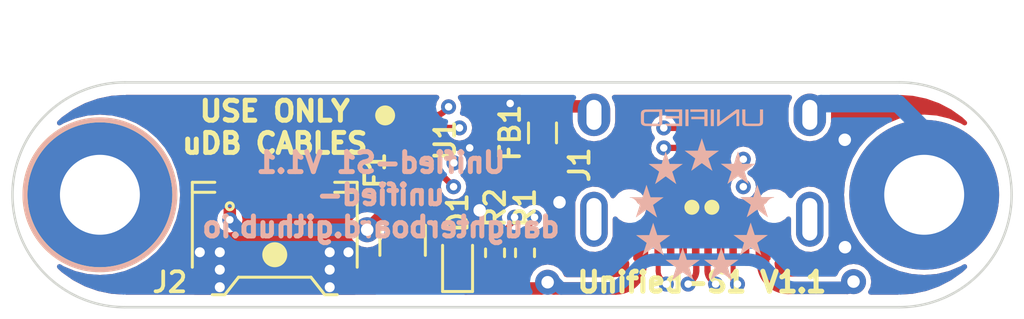
<source format=kicad_pcb>
(kicad_pcb (version 20211014) (generator pcbnew)
  (layers (0 "F.Cu" signal) (1 "In1.Cu" signal) (2 "In2.Cu" signal) (31 "B.Cu" signal) (34 "B.Paste" user) (35 "F.Paste" user) (36 "B.SilkS" user "B.Silkscreen") (37 "F.SilkS" user "F.Silkscreen") (38 "B.Mask" user) (39 "F.Mask" user) (44 "Edge.Cuts" user))
  (net 0 "")
  (net 1 "GND")
  (net 2 "VBUS")
  (net 5 "D+")
  (net 6 "D-")
  (net 7 "Net-(J1-PadA5)")
  (net 8 "Net-(J1-PadB5)")
  (net 9 "5V")
  (net 10 "GNDPWR")
  (footprint "Inductor_SMD:L_0805_2012Metric" (layer "F.Cu") (at 132.71875 92.5225 -90)
    (fp_text reference "FB1" (at 0 1.3 90) (layer "F.SilkS") (effects (font (size 0.8 0.8))))
    (fp_text value "GZ2012D601TF")
    (pad "1" smd roundrect (at -1.0625 0 270) (size 0.875 1.2) (layers "F.Cu" "F.Paste" "F.Mask") (net 10 "GNDPWR"))
    (pad "2" smd roundrect (at 1.0625 0 270) (size 0.875 1.2) (layers "F.Cu" "F.Paste" "F.Mask") (net 1 "GND"))
  )
  (footprint "Resistor_SMD:R_0402_1005Metric" (layer "F.Cu") (at 130.81875 97.3225 -90)
    (fp_text reference "R2" (at -1.8 0 90) (layer "F.SilkS") (effects (font (size 0.8 0.8))))
    (fp_text value "5.1k")
    (pad "1" smd roundrect (at -0.51 0 270) (size 0.54 0.64) (layers "F.Cu" "F.Paste" "F.Mask") (net 8 "Net-(J1-PadB5)"))
    (pad "2" smd roundrect (at 0.51 0 270) (size 0.54 0.64) (layers "F.Cu" "F.Paste" "F.Mask") (net 1 "GND"))
  )
  (footprint "MountingHole:MountingHole_3.2mm_M3_DIN965_Pad_TopBottom" (layer "F.Cu") (at 148 95)
    (fp_text reference "H1" hide)
    (fp_text value "MountingHole" hide)
    (pad "1" connect circle (at 0 0) (size 6 6) (layers "F.Cu" "F.Mask") (net 10 "GNDPWR"))
    (pad "1" connect circle (at 0 0) (size 6 6) (layers "B.Cu" "B.Mask") (net 10 "GNDPWR"))
    (pad "1" thru_hole circle (at 0 0) (size 3.6 3.6) (drill 3.2) (layers *.Cu *.Mask) (net 10 "GNDPWR"))
  )
  (footprint "Fuse:Fuse_1206_3216Metric" (layer "F.Cu") (at 127.11875 96.8225 90)
    (fp_text reference "F1" (at 2.8 -1.1 90) (layer "F.SilkS") (effects (font (size 0.8 0.8))))
    (fp_text value "SMD0805-050-16V")
    (pad "1" smd roundrect (at -1.4 0 90) (size 1.25 1.75) (layers "F.Cu" "F.Paste" "F.Mask") (roundrect_rratio 0.2) (net 2 "VBUS"))
    (pad "2" smd roundrect (at 1.4 0 90) (size 1.25 1.75) (layers "F.Cu" "F.Paste" "F.Mask") (roundrect_rratio 0.2) (net 9 "5V"))
  )
  (footprint "acheron_Components:USON-10_2.5x1.0mm_P0.5mm" (layer "F.Cu") (at 127.41875 92.8225)
    (fp_text reference "U1" (at 1.4 0 270) (layer "F.SilkS") (effects (font (size 0.8 0.8))))
    (fp_text value "TPD4E05U06DQAR")
    (pad "1" smd roundrect locked (at -0.385 -1 270) (size 0.25 0.55) (layers "F.Cu" "F.Paste" "F.Mask") (roundrect_rratio 0.5) (net 6 "D-"))
    (pad "2" smd rect locked (at -0.385 -0.5 270) (size 0.25 0.55) (layers "F.Cu" "F.Paste" "F.Mask") (net 6 "D-"))
    (pad "3" smd rect locked (at -0.385 0 270) (size 0.3 0.55) (layers "F.Cu" "F.Paste" "F.Mask") (net 1 "GND"))
    (pad "4" smd rect locked (at -0.385 0.5 270) (size 0.25 0.55) (layers "F.Cu" "F.Paste" "F.Mask") (net 5 "D+"))
    (pad "5" smd rect locked (at -0.385 1 270) (size 0.25 0.55) (layers "F.Cu" "F.Paste" "F.Mask") (net 5 "D+"))
    (pad "6" smd rect locked (at 0.385 1 270) (size 0.25 0.55) (layers "F.Cu" "F.Paste" "F.Mask") (net 5 "D+"))
    (pad "7" smd rect locked (at 0.385 0.5 270) (size 0.25 0.55) (layers "F.Cu" "F.Paste" "F.Mask") (net 5 "D+"))
    (pad "8" smd rect locked (at 0.385 0 270) (size 0.3 0.55) (layers "F.Cu" "F.Paste" "F.Mask") (net 1 "GND"))
    (pad "9" smd rect locked (at 0.385 -0.5 270) (size 0.25 0.55) (layers "F.Cu" "F.Paste" "F.Mask") (net 6 "D-"))
    (pad "10" smd rect locked (at 0.385 -1 270) (size 0.25 0.55) (layers "F.Cu" "F.Paste" "F.Mask") (net 6 "D-"))
  )
  (footprint "locallib:PicoEZMate-Reinforced-Lite" (layer "F.Cu") (at 122 96.5)
    (fp_text reference "J2" (at -4.2 2) (layer "F.SilkS") (effects (font (size 0.8 0.8))))
    (fp_text value "78171-0004")
    (pad "1" smd roundrect (at -1.8 -2.2) (size 1 1.8) (layers "F.Cu") (roundrect_rratio 0.1666666667) (net 9 "5V"))
    (pad "2" smd roundrect (at -0.6 -2.2) (size 1 1.8) (layers "F.Cu") (roundrect_rratio 0.1666666667) (net 6 "D-"))
    (pad "3" smd roundrect (at 0.6 -2.2) (size 1 1.8) (layers "F.Cu") (roundrect_rratio 0.1666666667) (net 5 "D+"))
    (pad "4" smd roundrect (at 1.8 -2.2) (size 1 1.8) (layers "F.Cu") (roundrect_rratio 0.1666666667) (net 1 "GND"))
    (pad "MP" smd roundrect (at -2.575 1.5) (size 1.45 2) (layers "F.Cu") (roundrect_rratio 0.06896551724) (net 1 "GND"))
    (pad "MP" thru_hole circle (at 2.95 0.8) (size 0.6 0.6) (drill 0.4) (layers *.Cu) (net 1 "GND"))
    (pad "MP" thru_hole circle (at -2.2 0.8) (size 0.6 0.6) (drill 0.4) (layers *.Cu) (net 1 "GND"))
    (pad "MP" thru_hole circle (at -2.2 2.2) (size 0.6 0.6) (drill 0.4) (layers *.Cu) (net 1 "GND"))
    (pad "MP" smd roundrect (at 2.575 1.5) (size 1.45 2) (layers "B.Cu") (roundrect_rratio 0.06896551724) (net 1 "GND"))
    (pad "MP" thru_hole circle (at 2.2 2.2) (size 0.6 0.6) (drill 0.4) (layers *.Cu) (net 1 "GND"))
    (pad "MP" thru_hole circle (at 2.2 1.5) (size 0.6 0.6) (drill 0.4) (layers *.Cu) (net 1 "GND"))
    (pad "MP" thru_hole circle (at -3 0.8) (size 0.6 0.6) (drill 0.4) (layers *.Cu) (net 1 "GND"))
    (pad "MP" thru_hole circle (at 2.2 0.8) (size 0.6 0.6) (drill 0.4) (layers *.Cu) (net 1 "GND"))
    (pad "MP" thru_hole circle (at -2.2 1.5) (size 0.6 0.6) (drill 0.4) (layers *.Cu) (net 1 "GND"))
    (pad "MP" smd roundrect (at 2.575 1.5) (size 1.45 2) (layers "F.Cu") (roundrect_rratio 0.06896551724) (net 1 "GND"))
    (pad "MP" smd roundrect (at -2.575 1.5) (size 1.45 2) (layers "B.Cu") (roundrect_rratio 0.06896551724) (net 1 "GND"))
  )
  (footprint "MountingHole:MountingHole_3.2mm_M3_DIN965_Pad_TopOnly" (layer "F.Cu") (at 115 95 180)
    (fp_text reference "H2" hide)
    (fp_text value "MountingHole" hide)
    (pad "1" thru_hole circle (at 0 0 180) (size 6 6) (drill 3.2) (layers *.Cu))
  )
  (footprint "locallib:HRO-TYPE-C-31-M-12-Assembly" (layer "F.Cu") (at 139.1 89.2 180)
    (fp_text reference "J1" (at 4.9 -4.6 270) (layer "F.SilkS") (effects (font (size 0.8 0.8))))
    (fp_text value "TYPE-C-31-M-12")
    (pad "" np_thru_hole circle (at 2.89 -6.25 180) (size 0.65 0.65) (drill 0.65) (layers *.Cu *.Mask))
    (pad "" np_thru_hole circle (at -2.89 -6.25 180) (size 0.65 0.65) (drill 0.65) (layers *.Cu *.Mask))
    (pad "A1" smd roundrect (at -3.225 -7.695 180) (size 0.6 1.45) (layers "F.Cu" "F.Paste" "F.Mask") (roundrect_rratio 0.1) (net 1 "GND"))
    (pad "A4" smd roundrect (at -2.45 -7.695 180) (size 0.6 1.45) (layers "F.Cu" "F.Paste" "F.Mask") (roundrect_rratio 0.1) (net 2 "VBUS"))
    (pad "A5" smd roundrect (at -1.25 -7.695 180) (size 0.3 1.45) (layers "F.Cu" "F.Paste" "F.Mask") (roundrect_rratio 0.2) (net 7 "Net-(J1-PadA5)"))
    (pad "A6" smd roundrect (at -0.25 -7.695 180) (size 0.3 1.45) (layers "F.Cu" "F.Paste" "F.Mask") (roundrect_rratio 0.2) (net 5 "D+"))
    (pad "A7" smd roundrect (at 0.25 -7.695 180) (size 0.3 1.45) (layers "F.Cu" "F.Paste" "F.Mask") (roundrect_rratio 0.2) (net 6 "D-"))
    (pad "A8" smd roundrect (at 1.25 -7.695 180) (size 0.3 1.45) (layers "F.Cu" "F.Paste" "F.Mask") (roundrect_rratio 0.2))
    (pad "B1" smd roundrect (at 3.225 -7.695 180) (size 0.6 1.45) (layers "F.Cu" "F.Paste" "F.Mask") (roundrect_rratio 0.1) (net 1 "GND"))
    (pad "B4" smd roundrect (at 2.45 -7.695 180) (size 0.6 1.45) (layers "F.Cu" "F.Paste" "F.Mask") (roundrect_rratio 0.1) (net 2 "VBUS"))
    (pad "B5" smd roundrect (at 1.75 -7.695 180) (size 0.3 1.45) (layers "F.Cu" "F.Paste" "F.Mask") (roundrect_rratio 0.2) (net 8 "Net-(J1-PadB5)"))
    (pad "B6" smd roundrect (at 0.75 -7.695 180) (size 0.3 1.45) (layers "F.Cu" "F.Paste" "F.Mask") (roundrect_rratio 0.2) (net 5 "D+"))
    (pad "B7" smd roundrect (at -0.75 -7.695 180) (size 0.3 1.45) (layers "F.Cu" "F.Paste" "F.Mask") (roundrect_rratio 0.2) (net 6 "D-"))
    (pad "B8" smd roundrect (at -1.75 -7.695 180) (size 0.3 1.45) (layers "F.Cu" "F.Paste" "F.Mask") (roundrect_rratio 0.2))
    (pad "S1" thru_hole oval (at -4.32 -2.6 180) (size 1.3 1.7) (drill oval 0.6 1.2) (layers *.Cu *.Mask) (net 10 "GNDPWR"))
    (pad "S1" thru_hole oval (at -4.32 -6.78 180) (size 1.1 2.2) (drill oval 0.6 1.7) (layers *.Cu *.Mask) (net 10 "GNDPWR"))
    (pad "S1" thru_hole oval (at 4.32 -6.78 180) (size 1.1 2.2) (drill oval 0.6 1.7) (layers *.Cu *.Mask) (net 10 "GNDPWR"))
    (pad "S1" thru_hole oval (at 4.32 -2.6 180) (size 1.3 1.7) (drill oval 0.6 1.2) (layers *.Cu *.Mask) (net 10 "GNDPWR"))
  )
  (footprint "Diode_SMD:D_SOD-523" (layer "F.Cu") (at 129.31875 97.7225 90)
    (fp_text reference "D1" (at 2 0 90) (layer "F.SilkS") (effects (font (size 0.8 0.8))))
    (fp_text value "ESD5Z5V0")
    (pad "1" smd rect (at -0.7 0 270) (size 0.6 0.7) (layers "F.Cu" "F.Paste" "F.Mask") (net 2 "VBUS"))
    (pad "2" smd rect (at 0.7 0 270) (size 0.6 0.7) (layers "F.Cu" "F.Paste" "F.Mask") (net 1 "GND"))
  )
  (footprint "Resistor_SMD:R_0402_1005Metric" (layer "F.Cu") (at 132.01875 97.3225 90)
    (fp_text reference "R1" (at 1.8 0 90) (layer "F.SilkS") (effects (font (size 0.8 0.8))))
    (fp_text value "5.1k")
    (pad "1" smd roundrect (at -0.51 0 90) (size 0.54 0.64) (layers "F.Cu" "F.Paste" "F.Mask") (net 1 "GND"))
    (pad "2" smd roundrect (at 0.51 0 90) (size 0.54 0.64) (layers "F.Cu" "F.Paste" "F.Mask") (net 7 "Net-(J1-PadA5)"))
  )
  (footprint "locallib:UnifiedLogo" (layer "B.Cu") (at 139.1 95 180)
    (fp_text reference "G***")
    (fp_text value "LOGO" hide)
  )
  (gr_circle (center 115 95) (end 118 95) (layer "B.SilkS") (width 0.2) (fill none))
  (gr_circle (center 115 95) (end 118 95) (layer "F.SilkS") (width 0.2) (fill none))
  (gr_circle (center 122 97.4) (end 122.4 97.4) (layer "F.SilkS") (width 0.2) (fill solid))
  (gr_circle (center 139.5 95.5) (end 139.7 95.5) (layer "F.SilkS") (width 0.2) (fill solid))
  (gr_circle (center 138.7 95.5) (end 138.9 95.5) (layer "F.SilkS") (width 0.2) (fill solid))
  (gr_arc (start 116 99.500001) (mid 111.499999 95) (end 116 90.499999) (layer "Edge.Cuts") (width 0.1))
  (gr_arc (start 147 90.5) (mid 151.5 95) (end 147 99.5) (layer "Edge.Cuts") (width 0.1))
  (gr_line (start 147 90.5) (end 116 90.499999) (layer "Edge.Cuts") (width 0.1))
  (gr_line (start 116 99.500001) (end 147 99.5) (layer "Edge.Cuts") (width 0.1))
  (gr_text "Unified-S1 V1.1\nunified-\ndaughterboard.github.io" (at 126.25 95) (layer "B.SilkS") (effects (font (size 0.8 0.8) (thickness 0.2)) (justify mirror)))
  (gr_text "USE ONLY\nuDB CABLES" (at 122 92.3) (layer "F.SilkS") (effects (font (size 0.8 0.8) (thickness 0.2))))
  (gr_text "Unified-S1 V1.1" (at 139.1 98.5) (layer "F.SilkS") (effects (font (size 0.8 0.8) (thickness 0.2))))
  (segment (start 135.85 96.8975) (end 135.85 97.327913) (width 0.2) (layer "F.Cu") (net 1))
  (via (at 129.80375 93.1225) (size 0.6) (drill 0.3) (layers "F.Cu" "B.Cu") (net 1))
  (via (at 133.4 95.3) (size 1) (drill 0.5) (layers "F.Cu" "B.Cu") (net 1))
  (via (at 144.829639 97.098274) (size 1) (drill 0.5) (layers "F.Cu" "B.Cu") (net 1))
  (via (at 130.20375 95.6225) (size 1) (drill 0.5) (layers "F.Cu" "B.Cu") (net 1))
  (via (at 131.425 91.34375) (size 0.6) (drill 0.3) (layers "F.Cu" "B.Cu") (net 1))
  (via (at 144.820324 92.798274) (size 1) (drill 0.5) (layers "F.Cu" "B.Cu") (net 1))
  (segment (start 129.31875 98.4225) (end 127.31875 98.4225) (width 0.5) (layer "F.Cu") (net 2))
  (segment (start 129.646751 98.750501) (end 129.31875 98.4225) (width 0.5) (layer "F.Cu") (net 2))
  (segment (start 127.31875 98.4225) (end 127.11875 98.2225) (width 0.5) (layer "F.Cu") (net 2))
  (segment (start 129.646751 98.750501) (end 132.675499 98.750501) (width 0.5) (layer "F.Cu") (net 2))
  (segment (start 132.675499 98.750501) (end 132.925 98.501) (width 0.5) (layer "F.Cu") (net 2))
  (segment (start 136.651574 96.896574) (end 136.65 96.895) (width 0.5) (layer "F.Cu") (net 2))
  (segment (start 133.174 98.75) (end 132.925 98.501) (width 0.5) (layer "F.Cu") (net 2))
  (segment (start 144.922139 98.726274) (end 145.171639 98.476774) (width 0.5) (layer "F.Cu") (net 2))
  (segment (start 142.55 98.726274) (end 144.922139 98.726274) (width 0.5) (layer "F.Cu") (net 2))
  (segment (start 141.55 96.895) (end 141.55 97.726274) (width 0.5) (layer "F.Cu") (net 2))
  (segment (start 135.651574 98.75) (end 133.174 98.75) (width 0.5) (layer "F.Cu") (net 2))
  (segment (start 136.651574 97.75) (end 136.651574 96.896574) (width 0.5) (layer "F.Cu") (net 2))
  (via (at 132.925 98.501) (size 1) (drill 0.5) (layers "F.Cu" "B.Cu") (net 2))
  (via (at 145.171639 98.476774) (size 1) (drill 0.5) (layers "F.Cu" "B.Cu") (net 2))
  (arc (start 141.55 97.726274) (mid 141.842893 98.433381) (end 142.55 98.726274) (width 0.5) (layer "F.Cu") (net 2))
  (arc (start 136.651574 97.75) (mid 136.358681 98.457107) (end 135.651574 98.75) (width 0.5) (layer "F.Cu") (net 2))
  (segment (start 145.171639 98.476774) (end 144.923413 98.725) (width 0.5) (layer "B.Cu") (net 2))
  (segment (start 140.915425 97.598274) (end 137.243853 97.598274) (width 0.5) (layer "B.Cu") (net 2))
  (segment (start 144.923413 98.725) (end 142.870579 98.725) (width 0.5) (layer "B.Cu") (net 2))
  (segment (start 135.263699 98.75) (end 133.46775 98.75) (width 0.5) (layer "B.Cu") (net 2))
  (segment (start 142.163472 98.432107) (end 141.622532 97.891167) (width 0.5) (layer "B.Cu") (net 2))
  (segment (start 133.46775 98.75) (end 133.21875 98.501) (width 0.5) (layer "B.Cu") (net 2))
  (segment (start 136.536746 97.891167) (end 135.970806 98.457107) (width 0.5) (layer "B.Cu") (net 2))
  (arc (start 141.622532 97.891167) (mid 141.298109 97.674394) (end 140.915425 97.598274) (width 0.5) (layer "B.Cu") (net 2))
  (arc (start 137.243853 97.598274) (mid 136.86117 97.674394) (end 136.536746 97.891167) (width 0.5) (layer "B.Cu") (net 2))
  (arc (start 142.163472 98.432107) (mid 142.487895 98.64888) (end 142.870579 98.725) (width 0.5) (layer "B.Cu") (net 2))
  (arc (start 135.970806 98.457107) (mid 135.646383 98.67388) (end 135.263699 98.75) (width 0.5) (layer "B.Cu") (net 2))
  (segment (start 137.57375 93.1225) (end 138.345 93.1225) (width 0.25) (layer "F.Cu") (net 5))
  (segment (start 127.03375 93.8225) (end 127.80375 93.8225) (width 0.25) (layer "F.Cu") (net 5))
  (segment (start 128.920197 93.468947) (end 129.17375 93.7225) (width 0.25) (layer "F.Cu") (net 5))
  (segment (start 123.6 92.7225) (end 124.996643 92.7225) (width 0.25) (layer "F.Cu") (net 5))
  (segment (start 126.157303 93.676053) (end 125.657303 93.176053) (width 0.25) (layer "F.Cu") (net 5))
  (segment (start 127.80375 93.8225) (end 128.096643 93.8225) (width 0.25) (layer "F.Cu") (net 5))
  (segment (start 139.471447 98.396447) (end 139.649999 98.574999) (width 0.25) (layer "F.Cu") (net 5))
  (segment (start 138.845 94.832893) (end 138.845 93.6225) (width 0.25) (layer "F.Cu") (net 5))
  (segment (start 125.657303 93.176053) (end 125.350196 92.868946) (width 0.25) (layer "F.Cu") (net 5))
  (segment (start 127.00375 93.3225) (end 127.77375 93.3225) (width 0.25) (layer "F.Cu") (net 5))
  (segment (start 139.35 96.895) (end 139.325001 96.919999) (width 0.25) (layer "F.Cu") (net 5))
  (segment (start 127.03375 93.3225) (end 126.010857 93.3225) (width 0.25) (layer "F.Cu") (net 5))
  (segment (start 127.77375 93.3225) (end 128.566643 93.3225) (width 0.25) (layer "F.Cu") (net 5))
  (segment (start 128.450197 93.968947) (end 129.158749 94.677499) (width 0.25) (layer "F.Cu") (net 5))
  (segment (start 138.32 96.895) (end 138.32 95.772107) (width 0.25) (layer "F.Cu") (net 5))
  (segment (start 126.510857 93.8225) (end 127.03375 93.8225) (width 0.25) (layer "F.Cu") (net 5))
  (segment (start 138.466447 95.418553) (end 138.698554 95.186446) (width 0.25) (layer "F.Cu") (net 5))
  (segment (start 122.6 94.3) (end 122.6 93.7225) (width 0.25) (layer "F.Cu") (net 5))
  (segment (start 139.325001 96.919999) (end 139.325 98.042893) (width 0.25) (layer "F.Cu") (net 5))
  (via (at 129.158749 94.677499) (size 0.6) (drill 0.3) (layers "F.Cu" "B.Cu") (net 5))
  (via (at 139.649999 98.574999) (size 0.6) (drill 0.3) (layers "F.Cu" "B.Cu") (net 5))
  (via (at 129.17375 93.7225) (size 0.6) (drill 0.3) (layers "F.Cu" "B.Cu") (net 5))
  (via (at 140.758749 94.677499) (size 0.6) (drill 0.3) (layers "F.Cu" "B.Cu") (net 5))
  (via (at 137.57375 93.1225) (size 0.6) (drill 0.3) (layers "F.Cu" "B.Cu") (net 5))
  (arc (start 138.698554 95.186446) (mid 138.80694 95.024234) (end 138.845 94.832893) (width 0.25) (layer "F.Cu") (net 5))
  (arc (start 139.325 98.042893) (mid 139.36306 98.234235) (end 139.471447 98.396447) (width 0.25) (layer "F.Cu") (net 5))
  (arc (start 122.6 93.7225) (mid 122.892893 93.015393) (end 123.6 92.7225) (width 0.25) (layer "F.Cu") (net 5))
  (arc (start 126.157303 93.676053) (mid 126.319515 93.78444) (end 126.510857 93.8225) (width 0.25) (layer "F.Cu") (net 5))
  (arc (start 124.996643 92.7225) (mid 125.187984 92.76056) (end 125.350196 92.868946) (width 0.25) (layer "F.Cu") (net 5))
  (arc (start 138.466447 95.418553) (mid 138.35806 95.580765) (end 138.32 95.772107) (width 0.25) (layer "F.Cu") (net 5))
  (arc (start 128.566643 93.3225) (mid 128.757985 93.36056) (end 128.920197 93.468947) (width 0.25) (layer "F.Cu") (net 5))
  (arc (start 138.345 93.1225) (mid 138.698553 93.268947) (end 138.845 93.6225) (width 0.25) (layer "F.Cu") (net 5))
  (arc (start 128.450197 93.968947) (mid 128.287985 93.86056) (end 128.096643 93.8225) (width 0.25) (layer "F.Cu") (net 5))
  (arc (start 125.657303 93.176053) (mid 125.819515 93.28444) (end 126.010857 93.3225) (width 0.25) (layer "F.Cu") (net 5))
  (segment (start 139.295 92.8225) (end 139.295 94.812893) (width 0.25) (layer "F.Cu") (net 6))
  (segment (start 129.395 92.3225) (end 126.677399 92.3225) (width 0.25) (layer "F.Cu") (net 6))
  (segment (start 128.760195 91.676053) (end 128.958749 91.477499) (width 0.25) (layer "F.Cu") (net 6))
  (segment (start 139.82 95.752107) (end 139.82 96.895) (width 0.25) (layer "F.Cu") (net 6))
  (segment (start 138.874999 96.919999) (end 138.875 98.042892) (width 0.25) (layer "F.Cu") (net 6))
  (segment (start 139.441447 95.166447) (end 139.673554 95.398554) (width 0.25) (layer "F.Cu") (net 6))
  (segment (start 126.323845 92.176053) (end 126.116738 91.968946) (width 0.25) (layer "F.Cu") (net 6))
  (segment (start 127.03375 91.8225) (end 127.80375 91.8225) (width 0.25) (layer "F.Cu") (net 6))
  (segment (start 125.763185 91.8225) (end 127.03375 91.8225) (width 0.25) (layer "F.Cu") (net 6))
  (segment (start 122.4 91.8225) (end 125.763185 91.8225) (width 0.25) (layer "F.Cu") (net 6))
  (segment (start 137.57375 92.3225) (end 138.795 92.3225) (width 0.25) (layer "F.Cu") (net 6))
  (segment (start 127.80375 91.8225) (end 128.406641 91.8225) (width 0.25) (layer "F.Cu") (net 6))
  (segment (start 138.728553 98.396446) (end 138.55 98.574999) (width 0.25) (layer "F.Cu") (net 6))
  (segment (start 138.85 96.895) (end 138.874999 96.919999) (width 0.25) (layer "F.Cu") (net 6))
  (segment (start 121.4 94.3) (end 121.4 92.8225) (width 0.25) (layer "F.Cu") (net 6))
  (via (at 129.395 92.3225) (size 0.6) (drill 0.3) (layers "F.Cu" "B.Cu") (net 6))
  (via (at 138.55 98.574999) (size 0.6) (drill 0.3) (layers "F.Cu" "B.Cu") (net 6))
  (via (at 128.958749 91.477499) (size 0.6) (drill 0.3) (layers "F.Cu" "B.Cu") (net 6))
  (via (at 137.57375 92.3225) (size 0.6) (drill 0.3) (layers "F.Cu" "B.Cu") (net 6))
  (via (at 140.758749 93.577499) (size 0.6) (drill 0.3) (layers "F.Cu" "B.Cu") (net 6))
  (arc (start 121.4 92.8225) (mid 121.692893 92.115393) (end 122.4 91.8225) (width 0.25) (layer "F.Cu") (net 6))
  (arc (start 126.116738 91.968946) (mid 125.954526 91.86056) (end 125.763185 91.8225) (width 0.25) (layer "F.Cu") (net 6))
  (arc (start 138.795 92.3225) (mid 139.148553 92.468947) (end 139.295 92.8225) (width 0.25) (layer "F.Cu") (net 6))
  (arc (start 139.82 95.752107) (mid 139.78194 95.560766) (end 139.673554 95.398554) (width 0.25) (layer "F.Cu") (net 6))
  (arc (start 139.441447 95.166447) (mid 139.33306 95.004235) (end 139.295 94.812893) (width 0.25) (layer "F.Cu") (net 6))
  (arc (start 128.406641 91.8225) (mid 128.597983 91.78444) (end 128.760195 91.676053) (width 0.25) (layer "F.Cu") (net 6))
  (arc (start 138.875 98.042892) (mid 138.83694 98.234234) (end 138.728553 98.396446) (width 0.25) (layer "F.Cu") (net 6))
  (arc (start 126.323845 92.176053) (mid 126.486057 92.28444) (end 126.677399 92.3225) (width 0.25) (layer "F.Cu") (net 6))
  (segment (start 132.4 96) (end 132.4 95.9) (width 0.2) (layer "F.Cu") (net 7))
  (segment (start 140.35 98.399999) (end 140.525 98.574999) (width 0.2) (layer "F.Cu") (net 7))
  (segment (start 132.01875 96.8125) (end 132.01875 96.38125) (width 0.2) (layer "F.Cu") (net 7))
  (segment (start 132.01875 96.38125) (end 132.4 96) (width 0.2) (layer "F.Cu") (net 7))
  (segment (start 140.35 96.895) (end 140.35 98.399999) (width 0.2) (layer "F.Cu") (net 7))
  (via (at 140.525 98.574999) (size 0.6) (drill 0.3) (layers "F.Cu" "B.Cu") (net 7))
  (via (at 132.4 95.9) (size 0.6) (drill 0.3) (layers "F.Cu" "B.Cu") (net 7))
  (segment (start 137.35 96.895) (end 137.35 98.042893) (width 0.2) (layer "F.Cu") (net 8))
  (segment (start 131.6 96.03125) (end 130.81875 96.8125) (width 0.2) (layer "F.Cu") (net 8))
  (segment (start 137.496447 98.396447) (end 137.674999 98.574999) (width 0.2) (layer "F.Cu") (net 8))
  (segment (start 131.6 95.9) (end 131.6 96.03125) (width 0.2) (layer "F.Cu") (net 8))
  (via (at 131.6 95.9) (size 0.6) (drill 0.3) (layers "F.Cu" "B.Cu") (net 8))
  (via (at 137.674999 98.574999) (size 0.6) (drill 0.3) (layers "F.Cu" "B.Cu") (net 8))
  (arc (start 137.35 98.042893) (mid 137.38806 98.234235) (end 137.496447 98.396447) (width 0.2) (layer "F.Cu") (net 8))
  (segment (start 126.6775 95.4225) (end 125.7 96.4) (width 0.5) (layer "F.Cu") (net 9))
  (segment (start 127.11875 95.4225) (end 126.6775 95.4225) (width 0.5) (layer "F.Cu") (net 9))
  (segment (start 120.2 96) (end 120.2 94.3) (width 0.5) (layer "F.Cu") (net 9))
  (via (at 125.7 96.4) (size 1) (drill 0.5) (layers "F.Cu" "B.Cu") (net 9))
  (via (at 120.2 96) (size 0.6) (drill 0.3) (layers "F.Cu" "B.Cu") (net 9))
  (segment (start 125.7 96.4) (end 120.6 96.4) (width 0.5) (layer "B.Cu") (net 9))
  (segment (start 120.6 96.4) (end 120.2 96) (width 0.5) (layer "B.Cu") (net 9))
  (segment (start 132.71875 91.46) (end 134.44 91.46) (width 0.5) (layer "F.Cu") (net 10))
  (segment (start 134.44 91.46) (end 134.78 91.8) (width 0.5) (layer "F.Cu") (net 10))
  (segment (start 146.95 91.35) (end 148 92.4) (width 0.7) (layer "B.Cu") (net 10))
  (segment (start 143.87 91.35) (end 146.95 91.35) (width 0.7) (layer "B.Cu") (net 10))
  (segment (start 148 92.4) (end 148 95) (width 0.7) (layer "B.Cu") (net 10))
  (segment (start 143.42 91.8) (end 143.87 91.35) (width 0.7) (layer "B.Cu") (net 10))
  (zone (net 1) (net_name "GND") (layers "F.Cu" "In1.Cu" "In2.Cu" "B.Cu") (connect_pads yes (clearance 0.2)) (min_thickness 0.2) (fill yes (thermal_gap 0.25) (thermal_bridge_width 0.25))
    (polygon (pts (xy 152 99.9225) (xy 111 100) (xy 111 90) (xy 152 89.9225)))
  )
)
</source>
